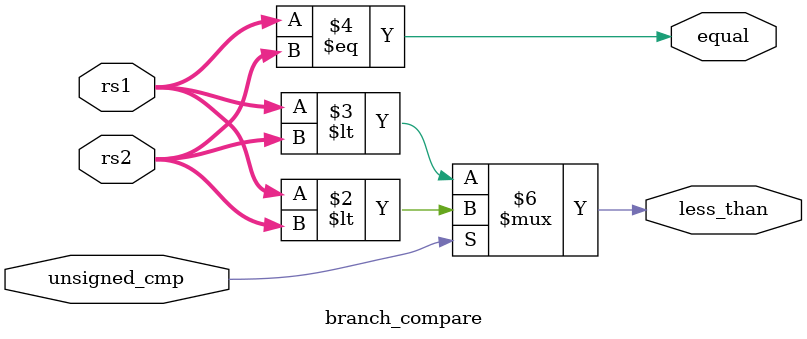
<source format=v>
module branch_compare
(
    input wire[31:0] rs1,
    input wire[31:0] rs2,
    input wire unsigned_cmp,
    output reg less_than, /* 1 if rs1 < rs2 */
    output reg equal /* 1 if rs1 == rs2 */
);

always @(*) begin
    if (unsigned_cmp)
        less_than = rs1 < rs2;
    else
        less_than = $signed(rs1) < $signed(rs2);

    equal = rs1 == rs2;
end

endmodule


</source>
